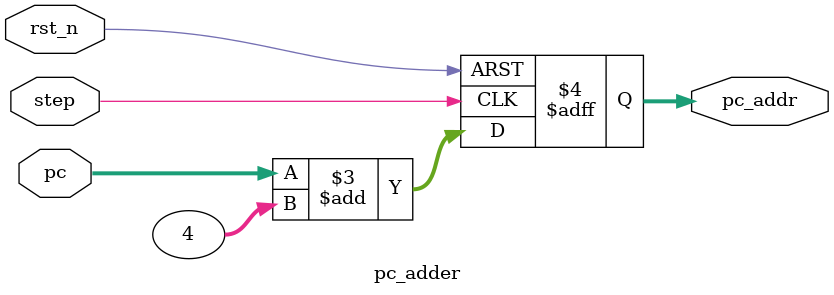
<source format=v>
`timescale 1ns / 1ps

module pc_adder(
    input wire rst_n,
    input wire step,
    input wire [31:0] pc,
    output reg [31:0] pc_addr
    );

always @(posedge step or negedge rst_n) begin
    if (!rst_n) begin
        pc_addr <= 32'b0; //reset to 0
    end
    else begin
        pc_addr <= pc + 4; //add 4 on posedge of step
    end
end
endmodule

</source>
